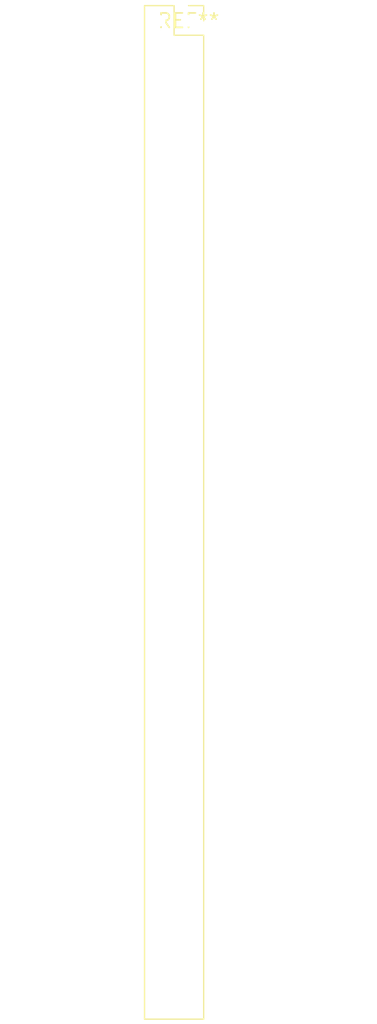
<source format=kicad_pcb>
(kicad_pcb (version 20240108) (generator pcbnew)
  (layers (0 "F.Cu" signal) (31 "B.Cu" signal) (34 "B.Paste" user) (35 "F.Paste" user) (36 "B.SilkS" user "B.Silkscreen") (37 "F.SilkS" user "F.Silkscreen") (38 "B.Mask" user) (39 "F.Mask" user) (44 "Edge.Cuts" user))
  (net 0 "")
  (footprint "PinSocket_2x35_P2.54mm_Vertical" (layer "F.Cu") (at 0 0)
    (property "Reference" "REF**")
    (property "Value" "PinSocket_2x35_P2.54mm_Vertical")
    (fp_line (start -3.87 -1.33) (end -3.87 87.69) (layer "F.SilkS") (stroke (width 0.12)))
    (fp_line (start -3.87 -1.33) (end -1.27 -1.33) (layer "F.SilkS") (stroke (width 0.12)))
    (fp_line (start -3.87 87.69) (end 1.33 87.69) (layer "F.SilkS") (stroke (width 0.12)))
    (fp_line (start -1.27 -1.33) (end -1.27 1.27) (layer "F.SilkS") (stroke (width 0.12)))
    (fp_line (start -1.27 1.27) (end 1.33 1.27) (layer "F.SilkS") (stroke (width 0.12)))
    (fp_line (start 0 -1.33) (end 1.33 -1.33) (layer "F.SilkS") (stroke (width 0.12)))
    (fp_line (start 1.33 -1.33) (end 1.33 0) (layer "F.SilkS") (stroke (width 0.12)))
    (fp_line (start 1.33 1.27) (end 1.33 87.69) (layer "F.SilkS") (stroke (width 0.12)))
    (pad "1" thru_hole rect (at 0 0) (size 1.7 1.7) (drill 1) (layers *.Cu *.Mask) (remove_unused_layers))
    (pad "2" thru_hole oval (at -2.54 0) (size 1.7 1.7) (drill 1) (layers *.Cu *.Mask) (remove_unused_layers))
    (pad "3" thru_hole oval (at 0 2.54) (size 1.7 1.7) (drill 1) (layers *.Cu *.Mask) (remove_unused_layers))
    (pad "4" thru_hole oval (at -2.54 2.54) (size 1.7 1.7) (drill 1) (layers *.Cu *.Mask) (remove_unused_layers))
    (pad "5" thru_hole oval (at 0 5.08) (size 1.7 1.7) (drill 1) (layers *.Cu *.Mask) (remove_unused_layers))
    (pad "6" thru_hole oval (at -2.54 5.08) (size 1.7 1.7) (drill 1) (layers *.Cu *.Mask) (remove_unused_layers))
    (pad "7" thru_hole oval (at 0 7.62) (size 1.7 1.7) (drill 1) (layers *.Cu *.Mask) (remove_unused_layers))
    (pad "8" thru_hole oval (at -2.54 7.62) (size 1.7 1.7) (drill 1) (layers *.Cu *.Mask) (remove_unused_layers))
    (pad "9" thru_hole oval (at 0 10.16) (size 1.7 1.7) (drill 1) (layers *.Cu *.Mask) (remove_unused_layers))
    (pad "10" thru_hole oval (at -2.54 10.16) (size 1.7 1.7) (drill 1) (layers *.Cu *.Mask) (remove_unused_layers))
    (pad "11" thru_hole oval (at 0 12.7) (size 1.7 1.7) (drill 1) (layers *.Cu *.Mask) (remove_unused_layers))
    (pad "12" thru_hole oval (at -2.54 12.7) (size 1.7 1.7) (drill 1) (layers *.Cu *.Mask) (remove_unused_layers))
    (pad "13" thru_hole oval (at 0 15.24) (size 1.7 1.7) (drill 1) (layers *.Cu *.Mask) (remove_unused_layers))
    (pad "14" thru_hole oval (at -2.54 15.24) (size 1.7 1.7) (drill 1) (layers *.Cu *.Mask) (remove_unused_layers))
    (pad "15" thru_hole oval (at 0 17.78) (size 1.7 1.7) (drill 1) (layers *.Cu *.Mask) (remove_unused_layers))
    (pad "16" thru_hole oval (at -2.54 17.78) (size 1.7 1.7) (drill 1) (layers *.Cu *.Mask) (remove_unused_layers))
    (pad "17" thru_hole oval (at 0 20.32) (size 1.7 1.7) (drill 1) (layers *.Cu *.Mask) (remove_unused_layers))
    (pad "18" thru_hole oval (at -2.54 20.32) (size 1.7 1.7) (drill 1) (layers *.Cu *.Mask) (remove_unused_layers))
    (pad "19" thru_hole oval (at 0 22.86) (size 1.7 1.7) (drill 1) (layers *.Cu *.Mask) (remove_unused_layers))
    (pad "20" thru_hole oval (at -2.54 22.86) (size 1.7 1.7) (drill 1) (layers *.Cu *.Mask) (remove_unused_layers))
    (pad "21" thru_hole oval (at 0 25.4) (size 1.7 1.7) (drill 1) (layers *.Cu *.Mask) (remove_unused_layers))
    (pad "22" thru_hole oval (at -2.54 25.4) (size 1.7 1.7) (drill 1) (layers *.Cu *.Mask) (remove_unused_layers))
    (pad "23" thru_hole oval (at 0 27.94) (size 1.7 1.7) (drill 1) (layers *.Cu *.Mask) (remove_unused_layers))
    (pad "24" thru_hole oval (at -2.54 27.94) (size 1.7 1.7) (drill 1) (layers *.Cu *.Mask) (remove_unused_layers))
    (pad "25" thru_hole oval (at 0 30.48) (size 1.7 1.7) (drill 1) (layers *.Cu *.Mask) (remove_unused_layers))
    (pad "26" thru_hole oval (at -2.54 30.48) (size 1.7 1.7) (drill 1) (layers *.Cu *.Mask) (remove_unused_layers))
    (pad "27" thru_hole oval (at 0 33.02) (size 1.7 1.7) (drill 1) (layers *.Cu *.Mask) (remove_unused_layers))
    (pad "28" thru_hole oval (at -2.54 33.02) (size 1.7 1.7) (drill 1) (layers *.Cu *.Mask) (remove_unused_layers))
    (pad "29" thru_hole oval (at 0 35.56) (size 1.7 1.7) (drill 1) (layers *.Cu *.Mask) (remove_unused_layers))
    (pad "30" thru_hole oval (at -2.54 35.56) (size 1.7 1.7) (drill 1) (layers *.Cu *.Mask) (remove_unused_layers))
    (pad "31" thru_hole oval (at 0 38.1) (size 1.7 1.7) (drill 1) (layers *.Cu *.Mask) (remove_unused_layers))
    (pad "32" thru_hole oval (at -2.54 38.1) (size 1.7 1.7) (drill 1) (layers *.Cu *.Mask) (remove_unused_layers))
    (pad "33" thru_hole oval (at 0 40.64) (size 1.7 1.7) (drill 1) (layers *.Cu *.Mask) (remove_unused_layers))
    (pad "34" thru_hole oval (at -2.54 40.64) (size 1.7 1.7) (drill 1) (layers *.Cu *.Mask) (remove_unused_layers))
    (pad "35" thru_hole oval (at 0 43.18) (size 1.7 1.7) (drill 1) (layers *.Cu *.Mask) (remove_unused_layers))
    (pad "36" thru_hole oval (at -2.54 43.18) (size 1.7 1.7) (drill 1) (layers *.Cu *.Mask) (remove_unused_layers))
    (pad "37" thru_hole oval (at 0 45.72) (size 1.7 1.7) (drill 1) (layers *.Cu *.Mask) (remove_unused_layers))
    (pad "38" thru_hole oval (at -2.54 45.72) (size 1.7 1.7) (drill 1) (layers *.Cu *.Mask) (remove_unused_layers))
    (pad "39" thru_hole oval (at 0 48.26) (size 1.7 1.7) (drill 1) (layers *.Cu *.Mask) (remove_unused_layers))
    (pad "40" thru_hole oval (at -2.54 48.26) (size 1.7 1.7) (drill 1) (layers *.Cu *.Mask) (remove_unused_layers))
    (pad "41" thru_hole oval (at 0 50.8) (size 1.7 1.7) (drill 1) (layers *.Cu *.Mask) (remove_unused_layers))
    (pad "42" thru_hole oval (at -2.54 50.8) (size 1.7 1.7) (drill 1) (layers *.Cu *.Mask) (remove_unused_layers))
    (pad "43" thru_hole oval (at 0 53.34) (size 1.7 1.7) (drill 1) (layers *.Cu *.Mask) (remove_unused_layers))
    (pad "44" thru_hole oval (at -2.54 53.34) (size 1.7 1.7) (drill 1) (layers *.Cu *.Mask) (remove_unused_layers))
    (pad "45" thru_hole oval (at 0 55.88) (size 1.7 1.7) (drill 1) (layers *.Cu *.Mask) (remove_unused_layers))
    (pad "46" thru_hole oval (at -2.54 55.88) (size 1.7 1.7) (drill 1) (layers *.Cu *.Mask) (remove_unused_layers))
    (pad "47" thru_hole oval (at 0 58.42) (size 1.7 1.7) (drill 1) (layers *.Cu *.Mask) (remove_unused_layers))
    (pad "48" thru_hole oval (at -2.54 58.42) (size 1.7 1.7) (drill 1) (layers *.Cu *.Mask) (remove_unused_layers))
    (pad "49" thru_hole oval (at 0 60.96) (size 1.7 1.7) (drill 1) (layers *.Cu *.Mask) (remove_unused_layers))
    (pad "50" thru_hole oval (at -2.54 60.96) (size 1.7 1.7) (drill 1) (layers *.Cu *.Mask) (remove_unused_layers))
    (pad "51" thru_hole oval (at 0 63.5) (size 1.7 1.7) (drill 1) (layers *.Cu *.Mask) (remove_unused_layers))
    (pad "52" thru_hole oval (at -2.54 63.5) (size 1.7 1.7) (drill 1) (layers *.Cu *.Mask) (remove_unused_layers))
    (pad "53" thru_hole oval (at 0 66.04) (size 1.7 1.7) (drill 1) (layers *.Cu *.Mask) (remove_unused_layers))
    (pad "54" thru_hole oval (at -2.54 66.04) (size 1.7 1.7) (drill 1) (layers *.Cu *.Mask) (remove_unused_layers))
    (pad "55" thru_hole oval (at 0 68.58) (size 1.7 1.7) (drill 1) (layers *.Cu *.Mask) (remove_unused_layers))
    (pad "56" thru_hole oval (at -2.54 68.58) (size 1.7 1.7) (drill 1) (layers *.Cu *.Mask) (remove_unused_layers))
    (pad "57" thru_hole oval (at 0 71.12) (size 1.7 1.7) (drill 1) (layers *.Cu *.Mask) (remove_unused_layers))
    (pad "58" thru_hole oval (at -2.54 71.12) (size 1.7 1.7) (drill 1) (layers *.Cu *.Mask) (remove_unused_layers))
    (pad "59" thru_hole oval (at 0 73.66) (size 1.7 1.7) (drill 1) (layers *.Cu *.Mask) (remove_unused_layers))
    (pad "60" thru_hole oval (at -2.54 73.66) (size 1.7 1.7) (drill 1) (layers *.Cu *.Mask) (remove_unused_layers))
    (pad "61" thru_hole oval (at 0 76.2) (size 1.7 1.7) (drill 1) (layers *.Cu *.Mask) (remove_unused_layers))
    (pad "62" thru_hole oval (at -2.54 76.2) (size 1.7 1.7) (drill 1) (layers *.Cu *.Mask) (remove_unused_layers))
    (pad "63" thru_hole oval (at 0 78.74) (size 1.7 1.7) (drill 1) (layers *.Cu *.Mask) (remove_unused_layers))
    (pad "64" thru_hole oval (at -2.54 78.74) (size 1.7 1.7) (drill 1) (layers *.Cu *.Mask) (remove_unused_layers))
    (pad "65" thru_hole oval (at 0 81.28) (size 1.7 1.7) (drill 1) (layers *.Cu *.Mask) (remove_unused_layers))
    (pad "66" thru_hole oval (at -2.54 81.28) (size 1.7 1.7) (drill 1) (layers *.Cu *.Mask) (remove_unused_layers))
    (pad "67" thru_hole oval (at 0 83.82) (size 1.7 1.7) (drill 1) (layers *.Cu *.Mask) (remove_unused_layers))
    (pad "68" thru_hole oval (at -2.54 83.82) (size 1.7 1.7) (drill 1) (layers *.Cu *.Mask) (remove_unused_layers))
    (pad "69" thru_hole oval (at 0 86.36) (size 1.7 1.7) (drill 1) (layers *.Cu *.Mask) (remove_unused_layers))
    (pad "70" thru_hole oval (at -2.54 86.36) (size 1.7 1.7) (drill 1) (layers *.Cu *.Mask) (remove_unused_layers))
  )
)
</source>
